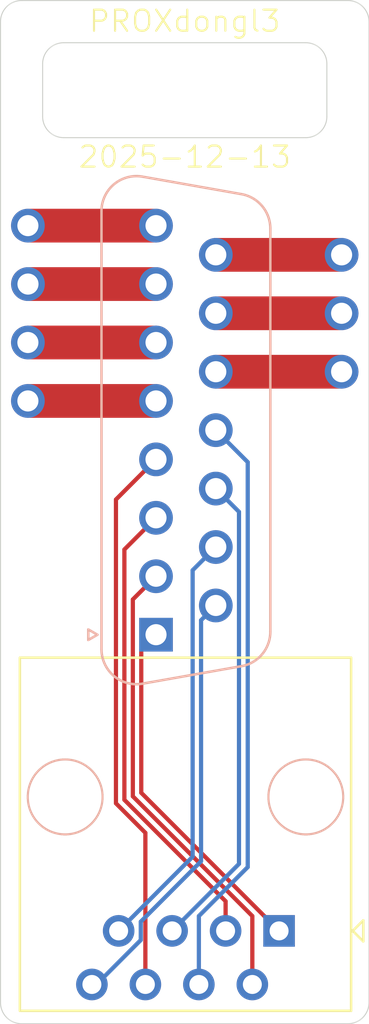
<source format=kicad_pcb>
(kicad_pcb (version 20241229) (generator "pcbnew") (generator_version "9.0")
  (layers (0 "F.Cu" signal) (2 "B.Cu" signal) (13 "F.Paste" user) (15 "B.Paste" user) (5 "F.SilkS" user "F.Silkscreen") (7 "B.SilkS" user "B.Silkscreen") (1 "F.Mask" user) (3 "B.Mask" user) (25 "Edge.Cuts" user))
  (net 0 "")
  (net 1 "unconnected-(J1-P14-Pad14)")
  (net 2 "/ETH7")
  (net 3 "/ETH6")
  (net 4 "unconnected-(J1-P15-Pad15)")
  (net 5 "/ETH1")
  (net 6 "unconnected-(J1-Pad7)")
  (net 7 "/ETH8")
  (net 8 "/ETH5")
  (net 9 "unconnected-(J1-Pad8)")
  (net 10 "unconnected-(J1-P13-Pad13)")
  (net 11 "/ETH4")
  (net 12 "/ETH3")
  (net 13 "unconnected-(J1-Pad6)")
  (net 14 "/ETH2")
  (net 15 "unconnected-(J1-Pad5)")
  (footprint "" (layer "F.Cu") (at 101.3 60.67)
    (property "Reference" "" (at 0 0 0) (layer "F.SilkS") (effects (font (size 1.27 1.27))))
    (property "Value" "")
    (pad "8" thru_hole circle (at 0 0 270) (size 1.6 1.6) (drill 1) (layers "*.Cu" "*.Mask") (net 9 "unconnected-(J1-Pad8)"))
  )
  (footprint "" (layer "F.Cu") (at 116.2 64.825)
    (property "Reference" "" (at 0 0 0) (layer "F.SilkS") (effects (font (size 1.27 1.27))))
    (property "Value" "")
    (pad "14" thru_hole circle (at 0 0 270) (size 1.6 1.6) (drill 1) (layers "*.Cu" "*.Mask") (net 1 "unconnected-(J1-P14-Pad14)"))
  )
  (footprint "" (layer "F.Cu") (at 116.2 67.595)
    (property "Reference" "" (at 0 0 0) (layer "F.SilkS") (effects (font (size 1.27 1.27))))
    (property "Value" "")
    (pad "13" thru_hole circle (at 0 0 270) (size 1.6 1.6) (drill 1) (layers "*.Cu" "*.Mask") (net 10 "unconnected-(J1-P13-Pad13)"))
  )
  (footprint "" (layer "F.Cu") (at 101.304188 63.44)
    (property "Reference" "" (at 0 0 0) (layer "F.SilkS") (effects (font (size 1.27 1.27))))
    (property "Value" "")
    (pad "7" thru_hole circle (at 0 0 270) (size 1.6 1.6) (drill 1) (layers "*.Cu" "*.Mask") (net 6 "unconnected-(J1-Pad7)"))
  )
  (footprint "" (layer "F.Cu") (at 101.3 68.98)
    (property "Reference" "" (at 0 0 0) (layer "F.SilkS") (effects (font (size 1.27 1.27))))
    (property "Value" "")
    (pad "5" thru_hole circle (at 0 0 270) (size 1.6 1.6) (drill 1) (layers "*.Cu" "*.Mask") (net 15 "unconnected-(J1-Pad5)"))
  )
  (footprint "" (layer "F.Cu") (at 116.2 62.055)
    (property "Reference" "" (at 0 0 0) (layer "F.SilkS") (effects (font (size 1.27 1.27))))
    (property "Value" "")
    (pad "15" thru_hole circle (at 0 0 270) (size 1.6 1.6) (drill 1) (layers "*.Cu" "*.Mask") (net 4 "unconnected-(J1-P15-Pad15)"))
  )
  (footprint "" (layer "F.Cu") (at 101.3 66.21)
    (property "Reference" "" (at 0 0 0) (layer "F.SilkS") (effects (font (size 1.27 1.27))))
    (property "Value" "")
    (pad "6" thru_hole circle (at 0 0 270) (size 1.6 1.6) (drill 1) (layers "*.Cu" "*.Mask") (net 13 "unconnected-(J1-Pad6)"))
  )
  (footprint "Connector_RJ:RJ45_OST_PJ012-8P8CX_Vertical" (layer "F.Cu") (at 113.23 94.1 180)
    (property "Reference" "J2" (hide yes))
    (property "Value" "RJ45" (hide yes))
    (fp_line (start 12.31 12.95) (end -3.42 12.95) (stroke (width 0.12)) (layer "F.SilkS"))
    (fp_line (start 12.31 -3.79) (end 12.31 12.95) (stroke (width 0.12)) (layer "F.SilkS"))
    (fp_line (start 12.3 -3.79) (end -3.42 -3.79) (stroke (width 0.12)) (layer "F.SilkS"))
    (fp_line (start -3.42 -3.79) (end -3.42 12.95) (stroke (width 0.12)) (layer "F.SilkS"))
    (fp_line (start -3.5 0) (end -4 -0.5) (stroke (width 0.12)) (layer "F.SilkS"))
    (fp_line (start -4 0.5) (end -3.5 0) (stroke (width 0.12)) (layer "F.SilkS"))
    (fp_line (start -4 -0.5) (end -4 0.5) (stroke (width 0.12)) (layer "F.SilkS"))
    (pad "" np_thru_hole circle (at -1.27 6.35 180) (size 3.65 3.65) (drill 3.45) (layers "*.Cu" "*.SilkS" "*.Mask"))
    (pad "" np_thru_hole circle (at 10.16 6.35 180) (size 3.65 3.65) (drill 3.45) (layers "*.Cu" "*.SilkS" "*.Mask"))
    (pad "1" thru_hole rect (at 0 0 180) (size 1.5 1.5) (drill 0.9) (layers "*.Cu" "*.Mask") (net 5 "/ETH1"))
    (pad "2" thru_hole circle (at 1.27 -2.54 180) (size 1.5 1.5) (drill 0.9) (layers "*.Cu" "*.Mask") (net 14 "/ETH2"))
    (pad "3" thru_hole circle (at 2.54 0 180) (size 1.5 1.5) (drill 0.9) (layers "*.Cu" "*.Mask") (net 12 "/ETH3"))
    (pad "4" thru_hole circle (at 3.81 -2.54 180) (size 1.5 1.5) (drill 0.9) (layers "*.Cu" "*.Mask") (net 11 "/ETH4"))
    (pad "5" thru_hole circle (at 5.08 0 180) (size 1.5 1.5) (drill 0.9) (layers "*.Cu" "*.Mask") (net 8 "/ETH5"))
    (pad "6" thru_hole circle (at 6.35 -2.54 180) (size 1.5 1.5) (drill 0.9) (layers "*.Cu" "*.Mask") (net 3 "/ETH6"))
    (pad "7" thru_hole circle (at 7.62 0 180) (size 1.5 1.5) (drill 0.9) (layers "*.Cu" "*.Mask") (net 2 "/ETH7"))
    (pad "8" thru_hole circle (at 8.89 -2.54 180) (size 1.5 1.5) (drill 0.9) (layers "*.Cu" "*.Mask") (net 7 "/ETH8"))
  )
  (footprint "Connector_Dsub:DSUB-15_Socket_Vertical_P2.77x2.84mm" (layer "B.Cu") (at 107.385 80.06 -90)
    (property "Reference" "J1" (hide yes))
    (property "Value" "DA15_Socket" (hide yes))
    (fp_line (start -0.248149 3.216506) (end 0.251851 3.216506) (stroke (width 0.12)) (layer "B.SilkS"))
    (fp_line (start 0.251851 3.216506) (end 0.001851 2.783493) (stroke (width 0.12)) (layer "B.SilkS"))
    (fp_line (start 0.001851 2.783493) (end -0.248149 3.216506) (stroke (width 0.12)) (layer "B.SilkS"))
    (fp_line (start -20.076689 2.59) (end 0.686689 2.59) (stroke (width 0.12)) (layer "B.SilkS"))
    (fp_line (start 2.32147 0.641744) (end 1.492733 -4.058256) (stroke (width 0.12)) (layer "B.SilkS"))
    (fp_line (start -20.882733 -4.058256) (end -21.71147 0.641744) (stroke (width 0.12)) (layer "B.SilkS"))
    (fp_line (start -0.142048 -5.43) (end -19.247952 -5.43) (stroke (width 0.12)) (layer "B.SilkS"))
    (fp_arc (start -20.076689 2.59) (mid -21.348323 1.997027) (end -21.71147 0.641744) (stroke (width 0.12)) (layer "B.SilkS"))
    (fp_arc (start 2.32147 0.641744) (mid 1.958323 1.997027) (end 0.686689 2.59) (stroke (width 0.12)) (layer "B.SilkS"))
    (fp_arc (start -20.882733 -4.058256) (mid -20.31498 -5.041634) (end -19.247952 -5.43) (stroke (width 0.12)) (layer "B.SilkS"))
    (fp_arc (start -0.142048 -5.43) (mid 0.92498 -5.041634) (end 1.492733 -4.058256) (stroke (width 0.12)) (layer "B.SilkS"))
    (pad "1" thru_hole rect (at 0 0 270) (size 1.6 1.6) (drill 1) (layers "*.Cu" "*.Mask") (net 5 "/ETH1"))
    (pad "2" thru_hole circle (at -2.77 0 270) (size 1.6 1.6) (drill 1) (layers "*.Cu" "*.Mask") (net 14 "/ETH2"))
    (pad "3" thru_hole circle (at -5.54 0 270) (size 1.6 1.6) (drill 1) (layers "*.Cu" "*.Mask") (net 12 "/ETH3"))
    (pad "4" thru_hole circle (at -8.31 0 270) (size 1.6 1.6) (drill 1) (layers "*.Cu" "*.Mask") (net 3 "/ETH6"))
    (pad "5" thru_hole circle (at -11.08 0 270) (size 1.6 1.6) (drill 1) (layers "*.Cu" "*.Mask") (net 15 "unconnected-(J1-Pad5)"))
    (pad "6" thru_hole circle (at -13.85 0 270) (size 1.6 1.6) (drill 1) (layers "*.Cu" "*.Mask") (net 13 "unconnected-(J1-Pad6)"))
    (pad "7" thru_hole circle (at -16.62 0 270) (size 1.6 1.6) (drill 1) (layers "*.Cu" "*.Mask") (net 6 "unconnected-(J1-Pad7)"))
    (pad "8" thru_hole circle (at -19.39 0 270) (size 1.6 1.6) (drill 1) (layers "*.Cu" "*.Mask") (net 9 "unconnected-(J1-Pad8)"))
    (pad "9" thru_hole circle (at -1.385 -2.84 270) (size 1.6 1.6) (drill 1) (layers "*.Cu" "*.Mask") (net 7 "/ETH8"))
    (pad "10" thru_hole circle (at -4.155 -2.84 270) (size 1.6 1.6) (drill 1) (layers "*.Cu" "*.Mask") (net 2 "/ETH7"))
    (pad "11" thru_hole circle (at -6.925 -2.84 270) (size 1.6 1.6) (drill 1) (layers "*.Cu" "*.Mask") (net 8 "/ETH5"))
    (pad "12" thru_hole circle (at -9.695 -2.84 270) (size 1.6 1.6) (drill 1) (layers "*.Cu" "*.Mask") (net 11 "/ETH4"))
    (pad "13" thru_hole circle (at -12.465 -2.84 270) (size 1.6 1.6) (drill 1) (layers "*.Cu" "*.Mask") (net 10 "unconnected-(J1-P13-Pad13)"))
    (pad "14" thru_hole circle (at -15.235 -2.84 270) (size 1.6 1.6) (drill 1) (layers "*.Cu" "*.Mask") (net 1 "unconnected-(J1-P14-Pad14)"))
    (pad "15" thru_hole circle (at -18.005 -2.84 270) (size 1.6 1.6) (drill 1) (layers "*.Cu" "*.Mask") (net 4 "unconnected-(J1-P15-Pad15)"))
  )
  (gr_line (start 114.5 56.5) (end 103 56.5) (stroke (width 0.05)) (layer "Edge.Cuts"))
  (gr_line (start 100 97.5) (end 100 51) (stroke (width 0.05)) (layer "Edge.Cuts"))
  (gr_line (start 117.5 51) (end 117.5 97.5) (stroke (width 0.05)) (layer "Edge.Cuts"))
  (gr_arc (start 115.5 55.5) (mid 115.207107 56.207107) (end 114.5 56.5) (stroke (width 0.05)) (layer "Edge.Cuts"))
  (gr_line (start 101 50) (end 116.5 50) (stroke (width 0.05)) (layer "Edge.Cuts"))
  (gr_arc (start 116.5 50) (mid 117.207107 50.292893) (end 117.5 51) (stroke (width 0.05)) (layer "Edge.Cuts"))
  (gr_arc (start 114.5 52) (mid 115.207107 52.292893) (end 115.5 53) (stroke (width 0.05)) (layer "Edge.Cuts"))
  (gr_arc (start 101 98.5) (mid 100.292893 98.207107) (end 100 97.5) (stroke (width 0.05)) (layer "Edge.Cuts"))
  (gr_line (start 102 55.5) (end 102 53) (stroke (width 0.05)) (layer "Edge.Cuts"))
  (gr_line (start 116.5 98.5) (end 101 98.5) (stroke (width 0.05)) (layer "Edge.Cuts"))
  (gr_line (start 103 52) (end 114.5 52) (stroke (width 0.05)) (layer "Edge.Cuts"))
  (gr_arc (start 102 53) (mid 102.292893 52.292893) (end 103 52) (stroke (width 0.05)) (layer "Edge.Cuts"))
  (gr_line (start 115.5 53) (end 115.5 55.5) (stroke (width 0.05)) (layer "Edge.Cuts"))
  (gr_arc (start 117.5 97.5) (mid 117.207107 98.207107) (end 116.5 98.5) (stroke (width 0.05)) (layer "Edge.Cuts"))
  (gr_arc (start 103 56.5) (mid 102.292893 56.207107) (end 102 55.5) (stroke (width 0.05)) (layer "Edge.Cuts"))
  (gr_arc (start 100 51) (mid 100.292893 50.292893) (end 101 50) (stroke (width 0.05)) (layer "Edge.Cuts"))
  (gr_text "PROXdongl3\n\n\n\n2025-12-13" (at 108.75 58 0) (layer "F.SilkS") (effects (font (size 1 1) (thickness 0.1)) (justify bottom)))
  (segment (start 110.225 64.825) (end 116.2 64.825) (width 1.6) (layers "F.Cu" "F.Mask") (net 1))
  (segment (start 109.124 90.586) (end 105.61 94.1) (width 0.2) (layer "B.Cu") (net 2))
  (segment (start 109.124 77.006) (end 109.124 90.586) (width 0.2) (layer "B.Cu") (net 2))
  (segment (start 105.61 94.1) (end 105.5 93.99) (width 0.2) (layer "B.Cu") (net 2))
  (segment (start 110.225 75.905) (end 109.124 77.006) (width 0.2) (layer "B.Cu") (net 2))
  (segment (start 106.88 96.64) (end 106.88 89.4513) (width 0.2) (layer "F.Cu") (net 3))
  (segment (start 105.482 88.0533) (end 105.482 73.653) (width 0.2) (layer "F.Cu") (net 3))
  (segment (start 106.88 89.4513) (end 105.482 88.0533) (width 0.2) (layer "F.Cu") (net 3))
  (segment (start 105.482 73.653) (end 107.385 71.75) (width 0.2) (layer "F.Cu") (net 3))
  (segment (start 110.225 62.055) (end 116.2 62.055) (width 1.6) (layers "F.Cu" "F.Mask") (net 4))
  (segment (start 107.385 80.06) (end 106.685 80.76) (width 0.2) (layer "F.Cu") (net 5))
  (segment (start 106.685 87.555) (end 113.23 94.1) (width 0.2) (layer "F.Cu") (net 5))
  (segment (start 106.685 80.76) (end 106.685 87.555) (width 0.2) (layer "F.Cu") (net 5))
  (segment (start 107.385 63.44) (end 101.3 63.44) (width 1.6) (layers "F.Cu" "F.Mask") (net 6))
  (segment (start 109.525 90.800661) (end 106.661 93.664661) (width 0.2) (layer "B.Cu") (net 7))
  (segment (start 110.225 78.675) (end 109.525 79.375) (width 0.2) (layer "B.Cu") (net 7))
  (segment (start 109.525 79.375) (end 109.525 90.800661) (width 0.2) (layer "B.Cu") (net 7))
  (segment (start 106.661 93.664661) (end 106.661 94.535339) (width 0.2) (layer "B.Cu") (net 7))
  (segment (start 106.661 94.535339) (end 104.556339 96.64) (width 0.2) (layer "B.Cu") (net 7))
  (segment (start 104.556339 96.64) (end 104.34 96.64) (width 0.2) (layer "B.Cu") (net 7))
  (segment (start 111.326 74.236) (end 111.326 90.924) (width 0.2) (layer "B.Cu") (net 8))
  (segment (start 110.225 73.135) (end 111.326 74.236) (width 0.2) (layer "B.Cu") (net 8))
  (segment (start 111.326 90.924) (end 108.15 94.1) (width 0.2) (layer "B.Cu") (net 8))
  (segment (start 107.379675 60.664675) (end 107.385 60.67) (width 0.2) (layer "F.Cu") (net 9))
  (segment (start 107.385 60.67) (end 101.3 60.67) (width 1.6) (layers "F.Cu" "F.Mask") (net 9))
  (segment (start 110.225 67.595) (end 116.2 67.595) (width 1.6) (layers "F.Cu" "F.Mask") (net 10))
  (segment (start 109.42 93.3971) (end 109.42 96.64) (width 0.2) (layer "B.Cu") (net 11))
  (segment (start 111.741 91.0761) (end 109.42 93.3971) (width 0.2) (layer "B.Cu") (net 11))
  (segment (start 111.741 71.881) (end 111.741 91.0761) (width 0.2) (layer "B.Cu") (net 11))
  (segment (start 110.225 70.365) (end 111.741 71.881) (width 0.2) (layer "B.Cu") (net 11))
  (segment (start 110.69 94.1) (end 110.69 92.6942) (width 0.2) (layer "F.Cu") (net 12))
  (segment (start 110.69 92.6942) (end 105.883 87.8872) (width 0.2) (layer "F.Cu") (net 12))
  (segment (start 105.883 76.022) (end 107.385 74.52) (width 0.2) (layer "F.Cu") (net 12))
  (segment (start 105.883 87.8872) (end 105.883 76.022) (width 0.2) (layer "F.Cu") (net 12))
  (segment (start 107.385 66.21) (end 101.3 66.21) (width 1.6) (layers "F.Cu" "F.Mask") (net 13))
  (segment (start 111.96 96.64) (end 111.96 93.3971) (width 0.2) (layer "F.Cu") (net 14))
  (segment (start 111.96 93.3971) (end 106.284 87.7211) (width 0.2) (layer "F.Cu") (net 14))
  (segment (start 106.284 78.391) (end 107.385 77.29) (width 0.2) (layer "F.Cu") (net 14))
  (segment (start 106.284 87.7211) (end 106.284 78.391) (width 0.2) (layer "F.Cu") (net 14))
  (segment (start 107.385 68.98) (end 101.3 68.98) (width 1.6) (layers "F.Cu" "F.Mask") (net 15))
)
</source>
